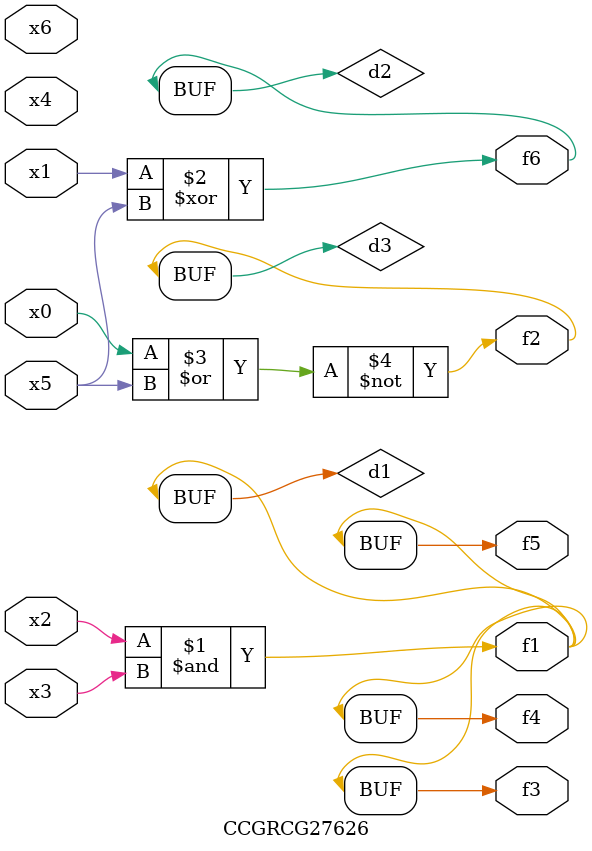
<source format=v>
module CCGRCG27626(
	input x0, x1, x2, x3, x4, x5, x6,
	output f1, f2, f3, f4, f5, f6
);

	wire d1, d2, d3;

	and (d1, x2, x3);
	xor (d2, x1, x5);
	nor (d3, x0, x5);
	assign f1 = d1;
	assign f2 = d3;
	assign f3 = d1;
	assign f4 = d1;
	assign f5 = d1;
	assign f6 = d2;
endmodule

</source>
